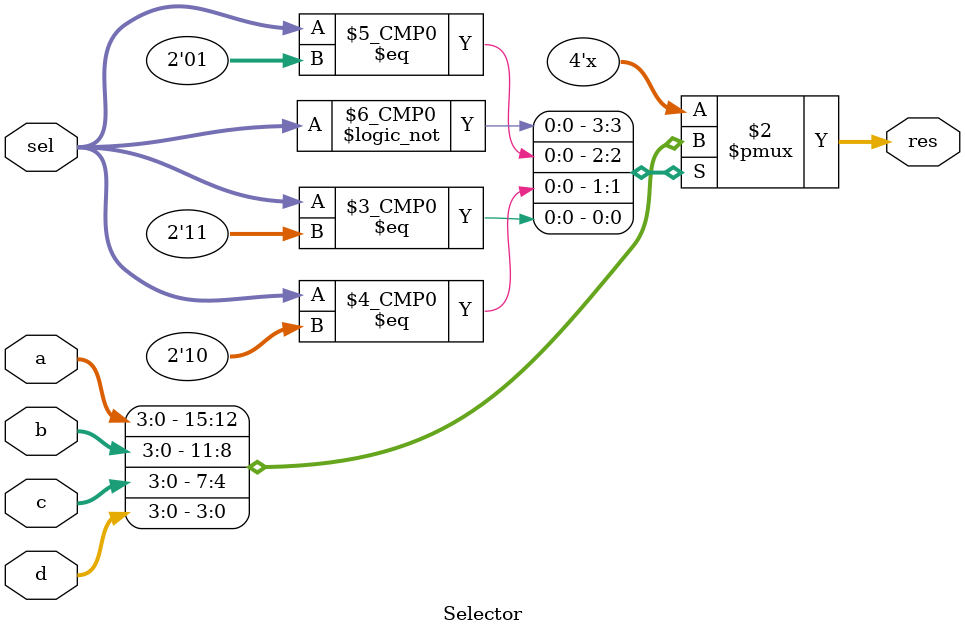
<source format=v>
`include "time_control.v"

module Selector(
    input [1:0] sel,
    input [3:0] a,
    input [3:0] b,
    input [3:0] c,
    input [3:0] d,
    
    output reg [3:0] res
);
    always @( sel or a or b or c or d) begin 
        case( sel) 
            2'b00 : res = a;
            2'b01 : res = b;
            2'b10 : res = c;
            2'b11 : res = d;
        endcase
    end

endmodule
</source>
